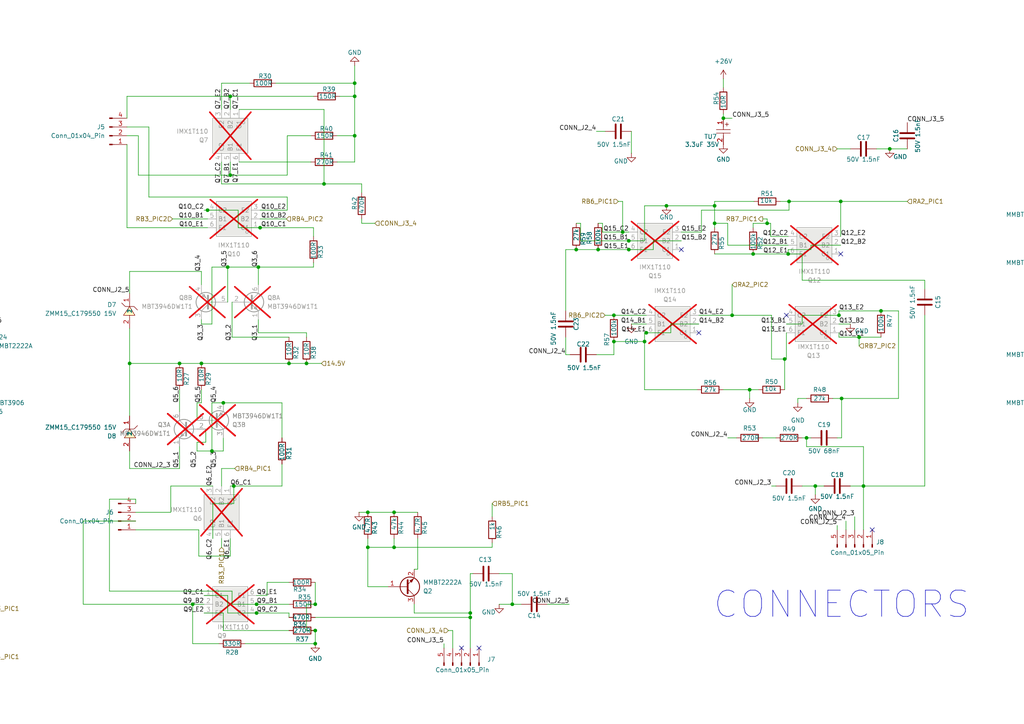
<source format=kicad_sch>
(kicad_sch (version 20250114) (generator "eeschema") (generator_version "9.0")
  (paper "A4")
  (lib_symbols
    (symbol "Connector:Conn_01x04_Pin" (pin_names (offset 1.016) (hide yes))
      (property "Reference" "J" (at 0 5.08 0))
      (property "Value" "Conn_01x04_Pin" (at 0 -7.62 0))
      (symbol "Conn_01x04_Pin_1_1"
        (pin passive line (at 5.08 2.54 180) (length 3.81) (name "Pin_1") (number "1"))
        (pin passive line (at 5.08 0 180) (length 3.81) (name "Pin_2") (number "2"))
        (pin passive line (at 5.08 -2.54 180) (length 3.81) (name "Pin_3") (number "3"))
        (pin passive line (at 5.08 -5.08 180) (length 3.81) (name "Pin_4") (number "4"))
      )
    )
    (symbol "Connector:Conn_01x05_Pin" (pin_names (offset 1.016) (hide yes))
      (property "Reference" "J" (at 0 7.62 0))
      (property "Value" "Conn_01x05_Pin" (at 0 -7.62 0))
      (symbol "Conn_01x05_Pin_1_1"
        (pin passive line (at 5.08 5.08 180) (length 3.81) (name "Pin_1") (number "1"))
        (pin passive line (at 5.08 2.54 180) (length 3.81) (name "Pin_2") (number "2"))
        (pin passive line (at 5.08 0 180) (length 3.81) (name "Pin_3") (number "3"))
        (pin passive line (at 5.08 -2.54 180) (length 3.81) (name "Pin_4") (number "4"))
        (pin passive line (at 5.08 -5.08 180) (length 3.81) (name "Pin_5") (number "5"))
      )
    )
    (symbol "Device:C" (pin_numbers (hide yes)) (pin_names (offset 0.254))
      (property "Reference" "C" (at 0.635 2.54 0))
      (property "Value" "C" (at 0.635 -2.54 0))
      (symbol "C_1_1"
        (pin passive line (at 0 3.81 270) (length 2.794) (name "~") (number "1"))
        (pin passive line (at 0 -3.81 90) (length 2.794) (name "~") (number "2"))
      )
    )
    (symbol "Device:R" (pin_numbers (hide yes)) (pin_names (offset 0))
      (property "Reference" "R" (at 2.032 0 90))
      (property "Value" "R" (at 0 0 90))
      (symbol "R_1_1"
        (pin passive line (at 0 3.81 270) (length 1.27) (name "~") (number "1"))
        (pin passive line (at 0 -3.81 90) (length 1.27) (name "~") (number "2"))
      )
    )
    (symbol "Transistor_BJT:MBT3946DW1T1" (pin_names (offset 0) (hide yes))
      (property "Reference" "Q" (at 5.08 1.27 0))
      (property "Value" "MBT3946DW1T1" (at 5.08 -1.27 0))
      (symbol "MBT3946DW1T1_1_1"
        (pin input line (at -5.08 0 0) (length 2.54) (name "B1") (number "2"))
        (pin passive line (at 2.54 5.08 270) (length 2.54) (name "C1") (number "6"))
        (pin passive line (at 2.54 -5.08 90) (length 2.54) (name "E1") (number "1"))
      )
      (symbol "MBT3946DW1T1_2_1"
        (pin input line (at -5.08 0 0) (length 2.54) (name "B2") (number "5"))
        (pin passive line (at 2.54 5.08 270) (length 2.54) (name "C2") (number "3"))
        (pin passive line (at 2.54 -5.08 90) (length 2.54) (name "E2") (number "4"))
      )
    )
    (symbol "Transistor_BJT:MMBT2222A" (pin_names (offset 0) (hide yes))
      (property "Reference" "Q" (at 5.08 1.905 0))
      (property "Value" "MMBT2222A" (at 5.08 0 0))
      (symbol "MMBT2222A_1_1"
        (pin input line (at -5.08 0 0) (length 2.54) (name "B") (number "1"))
        (pin passive line (at 2.54 5.08 270) (length 2.54) (name "C") (number "3"))
        (pin passive line (at 2.54 -5.08 90) (length 2.54) (name "E") (number "2"))
      )
    )
    (symbol "Transistor_BJT:MMBT3906" (pin_names (offset 0) (hide yes))
      (property "Reference" "Q" (at 5.08 1.905 0))
      (property "Value" "MMBT3906" (at 5.08 0 0))
      (symbol "MMBT3906_1_1"
        (pin input line (at -5.08 0 0) (length 2.54) (name "B") (number "1"))
        (pin passive line (at 2.54 5.08 270) (length 2.54) (name "C") (number "3"))
        (pin passive line (at 2.54 -5.08 90) (length 2.54) (name "E") (number "2"))
      )
    )
    (symbol "easyeda2kicad:IMX1T110"
      (property "Reference" "Q" (at 0 7.62 0))
      (property "Value" "IMX1T110" (at 0 -7.62 0))
      (symbol "IMX1T110_0_1"
        (pin unspecified line (at -7.62 2.54 0) (length 2.54) (name "C1") (number "1"))
        (pin unspecified line (at -7.62 0 0) (length 2.54) (name "B2") (number "2"))
        (pin unspecified line (at -7.62 -2.54 0) (length 2.54) (name "E2") (number "3"))
        (pin unspecified line (at 7.62 2.54 180) (length 2.54) (name "E1") (number "6"))
        (pin unspecified line (at 7.62 0 180) (length 2.54) (name "B1") (number "5"))
        (pin unspecified line (at 7.62 -2.54 180) (length 2.54) (name "C2") (number "4"))
      )
    )
    (symbol "easyeda2kicad:TAJB335K035RNJ" (pin_names (hide yes))
      (property "Reference" "C" (at 0 5.08 0))
      (property "Value" "TAJB335K035RNJ" (at 0 -5.08 0))
      (symbol "TAJB335K035RNJ_0_1"
        (pin input line (at -3.81 0 0) (length 2.54) (name "2") (number "2"))
        (pin input line (at 3.81 0 180) (length 2.54) (name "1") (number "1"))
      )
    )
    (symbol "easyeda2kicad:ZMM15_C179550"
      (property "Reference" "D" (at 0 5.08 0))
      (property "Value" "ZMM15_C179550" (at 0 -5.08 0))
      (symbol "ZMM15_C179550_0_1"
        (pin unspecified line (at -5.08 0 0) (length 3.81) (name "1") (number "1"))
        (pin unspecified line (at 5.08 0 180) (length 3.81) (name "2") (number "2"))
      )
    )
    (symbol "power:+28V" (power) (pin_numbers (hide yes)) (pin_names (offset 0) (hide yes))
      (property "Value" "+28V" (at 0 3.556 0))
      (symbol "+28V_1_1"
        (pin power_in line (at 0 0 90) (length 0) (name "~") (number "1"))
      )
    )
    (symbol "power:GND" (power) (pin_numbers (hide yes)) (pin_names (offset 0) (hide yes))
      (property "Value" "GND" (at 0 -3.81 0))
      (symbol "GND_1_1"
        (pin power_in line (at 0 0 270) (length 0) (name "~") (number "1"))
      )
    )
  )
  (text "CONNECTORS" (at 244.094 175.514 0) (effects (font (size 7.62 7.62))))
  (junction (at 148.59 175.26))
  (junction (at 207.264 59.69))
  (junction (at 233.934 127))
  (junction (at 218.44 73.66))
  (junction (at 244.094 115.57))
  (junction (at 91.44 186.69))
  (junction (at 102.87 27.94))
  (junction (at 58.42 105.41))
  (junction (at 37.592 105.41))
  (junction (at 178.054 91.44))
  (junction (at 167.132 72.39))
  (junction (at 255.524 90.17))
  (junction (at 243.84 58.42))
  (junction (at 55.88 175.26))
  (junction (at 83.82 105.41))
  (junction (at 182.372 69.85))
  (junction (at 249.174 97.79))
  (junction (at 106.68 148.59))
  (junction (at 88.9 105.41))
  (junction (at 67.818 140.97))
  (junction (at 217.424 113.03))
  (junction (at 75.438 66.04))
  (junction (at 136.398 177.8))
  (junction (at 173.482 72.39))
  (junction (at 91.44 175.26))
  (junction (at 114.3 148.59))
  (junction (at 243.332 91.44))
  (junction (at 64.77 116.84))
  (junction (at 74.93 77.47))
  (junction (at 60.198 60.96))
  (junction (at 209.804 34.29))
  (junction (at 212.344 91.44))
  (junction (at 74.422 177.8))
  (junction (at 178.054 99.06))
  (junction (at 258.064 43.18))
  (junction (at 93.98 53.34))
  (junction (at 61.468 130.81))
  (junction (at 228.854 58.42))
  (junction (at 193.294 59.69))
  (junction (at 106.68 158.75))
  (junction (at 91.44 182.88))
  (junction (at 250.444 140.97))
  (junction (at 180.594 67.31))
  (junction (at 136.398 179.07))
  (junction (at 228.6 73.66))
  (junction (at 236.474 140.97))
  (junction (at 114.3 158.75))
  (junction (at 207.264 64.77))
  (junction (at 222.504 64.77))
  (junction (at 66.802 50.8))
  (junction (at 182.372 72.39))
  (junction (at 227.584 104.14))
  (junction (at 102.87 24.13))
  (junction (at 102.87 39.37))
  (junction (at 66.04 77.47))
  (junction (at 66.802 27.94))
  (junction (at 186.944 99.06))
  (junction (at 52.07 105.41))
  (junction (at 74.422 175.26))
  (junction (at 187.452 96.52))
  (no_connect (at 341.122 69.85))
  (no_connect (at 305.562 82.55))
  (no_connect (at 197.612 72.39))
  (no_connect (at 243.84 73.66))
  (no_connect (at 305.562 109.22))
  (no_connect (at 342.392 123.19))
  (no_connect (at 252.984 153.67))
  (no_connect (at 202.692 96.52))
  (no_connect (at 138.938 187.96))
  (no_connect (at 228.092 91.44))
  (no_connect (at 133.858 187.96))
  (wire (pts (xy 254.254 43.18) (xy 258.064 43.18)))
  (wire (pts (xy 236.474 140.97) (xy 232.664 140.97)))
  (wire (pts (xy 93.98 53.34) (xy 64.262 53.34)))
  (wire (pts (xy 61.468 116.84) (xy 64.77 116.84)))
  (wire (pts (xy 61.468 77.47) (xy 66.04 77.47)))
  (wire (pts (xy 75.438 63.5) (xy 83.058 63.5)))
  (wire (pts (xy 37.592 130.81) (xy 37.592 135.89)))
  (wire (pts (xy 223.774 91.44) (xy 223.774 104.14)))
  (wire (pts (xy 112.522 170.18) (xy 106.68 170.18)))
  (wire (pts (xy 189.484 72.39) (xy 182.372 72.39)))
  (wire (pts (xy 223.774 104.14) (xy 227.584 104.14)))
  (wire (pts (xy 102.87 27.94) (xy 102.87 39.37)))
  (wire (pts (xy 49.53 140.97) (xy 49.53 148.59)))
  (wire (pts (xy 36.83 36.83) (xy 43.18 36.83)))
  (wire (pts (xy 88.9 105.41) (xy 93.218 105.41)))
  (wire (pts (xy 74.422 175.26) (xy 67.31 175.26)))
  (wire (pts (xy 55.88 186.69) (xy 63.5 186.69)))
  (wire (pts (xy 104.902 53.34) (xy 104.902 55.88)))
  (wire (pts (xy 66.802 140.97) (xy 67.818 140.97)))
  (wire (pts (xy 144.78 175.26) (xy 148.59 175.26)))
  (wire (pts (xy 235.204 127) (xy 233.934 127)))
  (wire (pts (xy 175.514 38.1) (xy 172.974 38.1)))
  (wire (pts (xy 207.264 59.69) (xy 193.294 59.69)))
  (wire (pts (xy 90.932 76.2) (xy 90.932 77.47)))
  (wire (pts (xy 235.204 72.39) (xy 235.204 71.12)))
  (wire (pts (xy 187.452 91.44) (xy 178.054 91.44)))
  (wire (pts (xy 231.394 116.84) (xy 231.394 115.57)))
  (wire (pts (xy 211.074 71.12) (xy 211.074 64.77)))
  (wire (pts (xy 75.438 66.04) (xy 69.088 66.04)))
  (wire (pts (xy 209.804 34.29) (xy 212.344 34.29)))
  (wire (pts (xy 91.44 182.88) (xy 91.44 186.69)))
  (wire (pts (xy 52.07 129.54) (xy 52.07 135.89)))
  (wire (pts (xy 212.344 82.55) (xy 212.344 91.44)))
  (wire (pts (xy 228.854 58.42) (xy 226.314 58.42)))
  (wire (pts (xy 37.592 135.89) (xy 52.07 135.89)))
  (wire (pts (xy 228.854 58.42) (xy 243.84 58.42)))
  (wire (pts (xy 64.77 177.8) (xy 64.77 182.88)))
  (wire (pts (xy 61.468 130.81) (xy 64.77 130.81)))
  (wire (pts (xy 174.752 64.77) (xy 174.752 67.31)))
  (wire (pts (xy 164.084 72.39) (xy 167.132 72.39)))
  (wire (pts (xy 55.88 175.26) (xy 59.182 175.26)))
  (wire (pts (xy 223.52 68.58) (xy 223.52 64.77)))
  (wire (pts (xy 114.3 156.21) (xy 114.3 158.75)))
  (wire (pts (xy 72.39 24.13) (xy 64.262 24.13)))
  (wire (pts (xy 221.234 63.5) (xy 222.504 63.5)))
  (wire (pts (xy 120.142 175.26) (xy 120.142 177.8)))
  (wire (pts (xy 168.402 69.85) (xy 168.402 64.77)))
  (wire (pts (xy 90.932 66.04) (xy 90.932 68.58)))
  (wire (pts (xy 67.31 175.26) (xy 67.31 171.45)))
  (wire (pts (xy 250.444 140.97) (xy 268.224 140.97)))
  (wire (pts (xy 236.474 143.51) (xy 236.474 140.97)))
  (wire (pts (xy 187.452 96.52) (xy 186.944 96.52)))
  (wire (pts (xy 222.504 63.5) (xy 222.504 64.77)))
  (wire (pts (xy 260.604 115.57) (xy 244.094 115.57)))
  (wire (pts (xy 66.802 156.21) (xy 66.802 161.29)))
  (wire (pts (xy -8.128 190.5) (xy -5.08 190.5)))
  (wire (pts (xy 55.88 175.26) (xy 55.88 186.69)))
  (wire (pts (xy 136.398 166.37) (xy 136.398 177.8)))
  (wire (pts (xy 77.47 168.91) (xy 77.47 172.72)))
  (wire (pts (xy 218.44 73.66) (xy 228.6 73.66)))
  (wire (pts (xy 246.634 93.98) (xy 243.332 93.98)))
  (wire (pts (xy 250.444 140.97) (xy 250.444 129.54)))
  (wire (pts (xy 250.444 129.54) (xy 233.934 129.54)))
  (wire (pts (xy 242.824 152.4) (xy 242.824 153.67)))
  (wire (pts (xy 59.69 124.46) (xy 59.69 128.27)))
  (wire (pts (xy 88.9 97.79) (xy 88.9 96.52)))
  (wire (pts (xy 128.778 186.69) (xy 128.778 187.96)))
  (wire (pts (xy 64.262 53.34) (xy 64.262 46.99)))
  (wire (pts (xy 174.752 67.31) (xy 180.594 67.31)))
  (wire (pts (xy 137.16 166.37) (xy 136.398 166.37)))
  (wire (pts (xy 263.144 58.42) (xy 243.84 58.42)))
  (wire (pts (xy 233.934 129.54) (xy 233.934 127)))
  (wire (pts (xy 57.658 161.29) (xy 57.658 153.67)))
  (wire (pts (xy 61.722 146.05) (xy 61.722 156.21)))
  (wire (pts (xy 64.77 116.84) (xy 81.788 116.84)))
  (wire (pts (xy 114.3 158.75) (xy 142.748 158.75)))
  (wire (pts (xy 57.15 121.92) (xy 57.15 116.84)))
  (wire (pts (xy 121.158 156.21) (xy 121.158 165.1)))
  (wire (pts (xy 142.748 146.05) (xy 142.748 149.86)))
  (wire (pts (xy 228.6 72.39) (xy 235.204 72.39)))
  (wire (pts (xy 66.04 77.47) (xy 66.04 87.63)))
  (wire (pts (xy 211.074 64.77) (xy 207.264 64.77)))
  (wire (pts (xy 228.6 72.39) (xy 228.6 73.66)))
  (wire (pts (xy 178.054 99.06) (xy 178.054 102.87)))
  (wire (pts (xy 244.094 127) (xy 242.824 127)))
  (wire (pts (xy 58.42 93.98) (xy 61.468 93.98)))
  (wire (pts (xy 69.088 66.04) (xy 69.088 60.96)))
  (wire (pts (xy 180.594 58.42) (xy 180.594 67.31)))
  (wire (pts (xy 57.15 116.84) (xy 58.42 116.84)))
  (wire (pts (xy 209.804 22.86) (xy 209.804 25.4)))
  (wire (pts (xy 186.944 69.85) (xy 182.372 69.85)))
  (wire (pts (xy 158.75 175.26) (xy 165.1 175.26)))
  (wire (pts (xy 31.75 144.78) (xy 39.37 144.78)))
  (wire (pts (xy 136.398 177.8) (xy 120.142 177.8)))
  (wire (pts (xy 91.44 179.07) (xy 136.398 179.07)))
  (wire (pts (xy 61.468 77.47) (xy 61.468 93.98)))
  (wire (pts (xy 40.132 39.37) (xy 40.132 50.8)))
  (wire (pts (xy 186.944 99.06) (xy 186.944 113.03)))
  (wire (pts (xy 91.44 168.91) (xy 91.44 175.26)))
  (wire (pts (xy 66.802 31.75) (xy 66.802 27.94)))
  (wire (pts (xy 93.98 31.75) (xy 69.342 31.75)))
  (wire (pts (xy 90.932 77.47) (xy 74.93 77.47)))
  (wire (pts (xy 243.332 90.17) (xy 243.332 91.44)))
  (wire (pts (xy 57.15 130.81) (xy 61.468 130.81)))
  (wire (pts (xy 207.264 66.04) (xy 207.264 64.77)))
  (wire (pts (xy -8.128 176.53) (xy -5.08 176.53)))
  (wire (pts (xy 164.084 102.87) (xy 165.354 102.87)))
  (wire (pts (xy 43.18 57.15) (xy 83.312 57.15)))
  (wire (pts (xy 93.98 31.75) (xy 93.98 53.34)))
  (wire (pts (xy 173.482 64.77) (xy 174.752 64.77)))
  (wire (pts (xy 268.224 81.28) (xy 232.664 81.28)))
  (wire (pts (xy 81.788 140.97) (xy 67.818 140.97)))
  (wire (pts (xy 102.87 46.99) (xy 97.79 46.99)))
  (wire (pts (xy 66.802 161.29) (xy 57.658 161.29)))
  (wire (pts (xy 58.42 92.71) (xy 58.42 93.98)))
  (wire (pts (xy 218.44 66.04) (xy 218.44 64.77)))
  (wire (pts (xy 43.18 36.83) (xy 43.18 57.15)))
  (wire (pts (xy 37.592 105.41) (xy 37.592 120.65)))
  (wire (pts (xy 225.044 140.97) (xy 223.774 140.97)))
  (wire (pts (xy 207.264 58.42) (xy 207.264 59.69)))
  (wire (pts (xy 223.52 64.77) (xy 222.504 64.77)))
  (wire (pts (xy 250.444 140.97) (xy 250.444 153.67)))
  (wire (pts (xy 228.092 96.52) (xy 228.092 104.14)))
  (wire (pts (xy 268.224 83.82) (xy 268.224 81.28)))
  (wire (pts (xy 131.318 182.88) (xy 131.318 187.96)))
  (wire (pts (xy 186.944 99.06) (xy 178.054 99.06)))
  (wire (pts (xy 227.584 104.14) (xy 227.584 113.03)))
  (wire (pts (xy 83.312 39.37) (xy 90.17 39.37)))
  (wire (pts (xy 104.902 64.77) (xy 104.902 63.5)))
  (wire (pts (xy 121.158 148.59) (xy 114.3 148.59)))
  (wire (pts (xy 211.074 127) (xy 213.614 127)))
  (wire (pts (xy 246.634 140.97) (xy 250.444 140.97)))
  (wire (pts (xy 228.092 104.14) (xy 227.584 104.14)))
  (wire (pts (xy 114.3 148.59) (xy 106.68 148.59)))
  (wire (pts (xy 40.132 50.8) (xy 66.802 50.8)))
  (wire (pts (xy 81.788 116.84) (xy 81.788 127)))
  (wire (pts (xy 66.802 27.94) (xy 36.83 27.94)))
  (wire (pts (xy 37.592 95.25) (xy 37.592 105.41)))
  (wire (pts (xy 232.664 127) (xy 233.934 127)))
  (wire (pts (xy 218.694 58.42) (xy 207.264 58.42)))
  (wire (pts (xy 245.364 151.13) (xy 245.364 153.67)))
  (wire (pts (xy 102.87 39.37) (xy 97.79 39.37)))
  (wire (pts (xy 39.37 151.13) (xy 24.13 151.13)))
  (wire (pts (xy 239.014 140.97) (xy 236.474 140.97)))
  (wire (pts (xy 232.664 73.66) (xy 228.6 73.66)))
  (wire (pts (xy 68.072 135.89) (xy 64.262 135.89)))
  (wire (pts (xy 228.854 58.42) (xy 228.854 60.96)))
  (wire (pts (xy 81.788 134.62) (xy 81.788 140.97)))
  (wire (pts (xy 83.82 105.41) (xy 58.42 105.41)))
  (wire (pts (xy 228.092 93.98) (xy 232.664 93.98)))
  (wire (pts (xy 64.77 182.88) (xy 83.82 182.88)))
  (wire (pts (xy 102.87 24.13) (xy 80.01 24.13)))
  (wire (pts (xy 114.3 158.75) (xy 106.68 158.75)))
  (wire (pts (xy 88.9 96.52) (xy 74.93 96.52)))
  (wire (pts (xy 75.438 66.04) (xy 90.932 66.04)))
  (wire (pts (xy 36.83 41.91) (xy 36.83 66.04)))
  (wire (pts (xy 77.47 172.72) (xy 74.422 172.72)))
  (wire (pts (xy 180.594 67.31) (xy 182.372 67.31)))
  (wire (pts (xy 228.6 68.58) (xy 223.52 68.58)))
  (wire (pts (xy 74.422 177.8) (xy 66.04 177.8)))
  (wire (pts (xy 183.134 44.45) (xy 183.134 38.1)))
  (wire (pts (xy 83.82 168.91) (xy 77.47 168.91)))
  (wire (pts (xy 121.158 165.1) (xy 120.142 165.1)))
  (wire (pts (xy 66.04 172.72) (xy 59.182 172.72)))
  (wire (pts (xy 232.664 91.44) (xy 232.664 93.98)))
  (wire (pts (xy 102.87 27.94) (xy 102.87 24.13)))
  (wire (pts (xy 49.53 148.59) (xy 39.37 148.59)))
  (wire (pts (xy 178.054 91.44) (xy 175.514 91.44)))
  (wire (pts (xy 66.802 46.99) (xy 66.802 50.8)))
  (wire (pts (xy 108.712 64.77) (xy 104.902 64.77)))
  (wire (pts (xy 83.312 50.8) (xy 66.802 50.8)))
  (wire (pts (xy 58.42 78.74) (xy 58.42 82.55)))
  (wire (pts (xy 203.454 60.96) (xy 203.454 67.31)))
  (wire (pts (xy 83.312 50.8) (xy 83.312 39.37)))
  (wire (pts (xy 106.68 148.59) (xy 104.14 148.59)))
  (wire (pts (xy 67.818 146.05) (xy 61.722 146.05)))
  (wire (pts (xy 36.83 66.04) (xy 60.198 66.04)))
  (wire (pts (xy 37.592 78.74) (xy 37.592 85.09)))
  (wire (pts (xy 228.854 60.96) (xy 203.454 60.96)))
  (wire (pts (xy 221.234 127) (xy 225.044 127)))
  (wire (pts (xy 83.312 57.15) (xy 83.312 60.96)))
  (wire (pts (xy 36.83 39.37) (xy 40.132 39.37)))
  (wire (pts (xy 186.944 99.06) (xy 186.944 96.52)))
  (wire (pts (xy 148.59 166.37) (xy 148.59 175.26)))
  (wire (pts (xy 106.68 158.75) (xy 106.68 170.18)))
  (wire (pts (xy 64.262 31.75) (xy 64.262 24.13)))
  (wire (pts (xy 243.332 97.79) (xy 243.332 96.52)))
  (wire (pts (xy 182.372 72.39) (xy 173.482 72.39)))
  (wire (pts (xy 74.93 92.71) (xy 74.93 96.52)))
  (wire (pts (xy 260.604 90.17) (xy 260.604 115.57)))
  (wire (pts (xy 83.82 97.79) (xy 67.31 97.79)))
  (wire (pts (xy 249.174 100.33) (xy 249.174 97.79)))
  (wire (pts (xy 90.932 27.94) (xy 66.802 27.94)))
  (wire (pts (xy 52.07 105.41) (xy 37.592 105.41)))
  (wire (pts (xy 64.262 156.21) (xy 64.262 158.75)))
  (wire (pts (xy 168.402 64.77) (xy 167.132 64.77)))
  (wire (pts (xy 260.604 90.17) (xy 255.524 90.17)))
  (wire (pts (xy 37.592 78.74) (xy 58.42 78.74)))
  (wire (pts (xy 255.524 97.79) (xy 249.174 97.79)))
  (wire (pts (xy 52.07 105.41) (xy 58.42 105.41)))
  (wire (pts (xy 247.904 149.86) (xy 247.904 153.67)))
  (wire (pts (xy 106.68 156.21) (xy 106.68 158.75)))
  (wire (pts (xy 242.824 43.18) (xy 246.634 43.18)))
  (wire (pts (xy 180.594 58.42) (xy 179.324 58.42)))
  (wire (pts (xy 173.482 72.39) (xy 167.132 72.39)))
  (wire (pts (xy 50.038 63.5) (xy 60.198 63.5)))
  (wire (pts (xy 83.82 179.07) (xy 83.82 177.8)))
  (wire (pts (xy 243.332 91.44) (xy 232.664 91.44)))
  (wire (pts (xy 67.31 171.45) (xy 31.75 171.45)))
  (wire (pts (xy 88.9 175.26) (xy 88.9 182.88)))
  (wire (pts (xy 219.964 113.03) (xy 217.424 113.03)))
  (wire (pts (xy 232.664 73.66) (xy 232.664 81.28)))
  (wire (pts (xy 58.42 113.03) (xy 58.42 116.84)))
  (wire (pts (xy 228.6 71.12) (xy 211.074 71.12)))
  (wire (pts (xy 61.468 116.84) (xy 61.468 130.81)))
  (wire (pts (xy 223.774 91.44) (xy 212.344 91.44)))
  (wire (pts (xy 59.182 60.96) (xy 60.198 60.96)))
  (wire (pts (xy 102.87 19.05) (xy 102.87 24.13)))
  (wire (pts (xy 202.692 93.98) (xy 194.564 93.98)))
  (wire (pts (xy 91.44 186.69) (xy 71.12 186.69)))
  (wire (pts (xy 59.182 177.8) (xy 64.77 177.8)))
  (wire (pts (xy 61.722 140.97) (xy 49.53 140.97)))
  (wire (pts (xy 142.748 157.48) (xy 142.748 158.75)))
  (wire (pts (xy 66.04 177.8) (xy 66.04 172.72)))
  (wire (pts (xy 255.524 90.17) (xy 243.332 90.17)))
  (wire (pts (xy 194.564 96.52) (xy 187.452 96.52)))
  (wire (pts (xy 144.78 166.37) (xy 148.59 166.37)))
  (wire (pts (xy 67.31 87.63) (xy 67.31 97.79)))
  (wire (pts (xy 164.084 72.39) (xy 164.084 90.17)))
  (wire (pts (xy 66.04 77.47) (xy 74.93 77.47)))
  (wire (pts (xy 57.15 128.27) (xy 57.15 130.81)))
  (wire (pts (xy 136.398 177.8) (xy 136.398 179.07)))
  (wire (pts (xy 74.93 77.47) (xy 74.93 82.55)))
  (wire (pts (xy 64.262 135.89) (xy 64.262 140.97)))
  (wire (pts (xy 249.174 97.79) (xy 243.332 97.79)))
  (wire (pts (xy 83.82 175.26) (xy 74.422 175.26)))
  (wire (pts (xy 182.372 69.85) (xy 168.402 69.85)))
  (wire (pts (xy 31.75 171.45) (xy 31.75 144.78)))
  (wire (pts (xy 193.294 59.69) (xy 186.944 59.69)))
  (wire (pts (xy 203.454 67.31) (xy 197.612 67.31)))
  (wire (pts (xy 83.82 177.8) (xy 74.422 177.8)))
  (wire (pts (xy 244.094 115.57) (xy 241.554 115.57)))
  (wire (pts (xy 218.44 73.66) (xy 207.264 73.66)))
  (wire (pts (xy 186.944 59.69) (xy 186.944 69.85)))
  (wire (pts (xy 189.484 69.85) (xy 189.484 72.39)))
  (wire (pts (xy 217.424 115.57) (xy 217.424 113.03)))
  (wire (pts (xy 91.44 175.26) (xy 88.9 175.26)))
  (wire (pts (xy 218.44 64.77) (xy 222.504 64.77)))
  (wire (pts (xy 83.312 60.96) (xy 75.438 60.96)))
  (wire (pts (xy 64.77 127) (xy 64.77 130.81)))
  (wire (pts (xy 212.344 91.44) (xy 202.692 91.44)))
  (wire (pts (xy 90.17 46.99) (xy 69.342 46.99)))
  (wire (pts (xy 24.13 175.26) (xy 55.88 175.26)))
  (wire (pts (xy 39.37 144.78) (xy 39.37 146.05)))
  (wire (pts (xy 24.13 151.13) (xy 24.13 175.26)))
  (wire (pts (xy 244.094 127) (xy 244.094 115.57)))
  (wire (pts (xy 164.084 97.79) (xy 164.084 102.87)))
  (wire (pts (xy 151.13 175.26) (xy 148.59 175.26)))
  (wire (pts (xy 243.84 68.58) (xy 243.84 58.42)))
  (wire (pts (xy 197.612 69.85) (xy 189.484 69.85)))
  (wire (pts (xy 104.902 53.34) (xy 93.98 53.34)))
  (wire (pts (xy 69.088 60.96) (xy 60.198 60.96)))
  (wire (pts (xy 235.204 71.12) (xy 243.84 71.12)))
  (wire (pts (xy 178.054 102.87) (xy 172.974 102.87)))
  (wire (pts (xy 52.07 113.03) (xy 52.07 119.38)))
  (wire (pts (xy 231.394 115.57) (xy 233.934 115.57)))
  (wire (pts (xy 194.564 93.98) (xy 194.564 96.52)))
  (wire (pts (xy 130.048 182.88) (xy 131.318 182.88)))
  (wire (pts (xy 186.944 113.03) (xy 202.184 113.03)))
  (wire (pts (xy 102.87 27.94) (xy 98.552 27.94)))
  (wire (pts (xy 258.064 43.18) (xy 263.144 43.18)))
  (wire (pts (xy 88.9 105.41) (xy 83.82 105.41)))
  (wire (pts (xy 209.804 33.02) (xy 209.804 34.29)))
  (wire (pts (xy 57.658 153.67) (xy 39.37 153.67)))
  (wire (pts (xy 217.424 113.03) (xy 209.804 113.03)))
  (wire (pts (xy 88.9 182.88) (xy 91.44 182.88)))
  (wire (pts (xy 268.224 140.97) (xy 268.224 91.44)))
  (wire (pts (xy 187.452 93.98) (xy 183.134 93.98)))
  (wire (pts (xy 136.398 179.07) (xy 136.398 187.96)))
  (wire (pts (xy 59.69 128.27) (xy 57.15 128.27)))
  (wire (pts (xy 207.264 59.69) (xy 207.264 64.77)))
  (wire (pts (xy 36.83 27.94) (xy 36.83 34.29)))
  (wire (pts (xy 102.87 39.37) (xy 102.87 46.99)))
  (wire (pts (xy 67.818 140.97) (xy 67.818 146.05)))
  (label "Q9_C1" (at 59.182 172.72 180))
  (label "Q6_C1" (at -15.748 181.61 180))
  (label "Q5_5" (at -13.208 118.11 180))
  (label "Q13_E2" (at 243.332 90.17 0))
  (label "Q9_C2" (at -18.288 224.79 180))
  (label "Q14_B1" (at 187.452 93.98 180))
  (label "Q13_B2" (at 348.742 64.77 0))
  (label "Q3_4" (at 58.42 78.74 90))
  (label "Q13_C1" (at 243.332 97.79 0))
  (label "Q3_6" (at -4.318 93.98 0))
  (label "Q9_B2" (at 59.182 175.26 180))
  (label "Q7_C2" (at -19.558 53.34 180))
  (label "Q7_C2" (at 64.262 46.99 270))
  (label "Q7_E1" (at 69.342 46.99 270))
  (label "Q12_B1" (at 228.6 71.12 180))
  (label "Q12_E1" (at 228.6 73.66 180))
  (label "Q12_E2" (at 243.84 68.58 0))
  (label "Q12_E1" (at 305.562 72.39 180))
  (label "Q7_E2" (at -19.558 43.18 180))
  (label "Q12_C2" (at 305.562 68.58 180))
  (label "CONN_J3_5" (at 128.778 186.69 180))
  (label "Q12_E2" (at 305.562 58.42 180))
  (label "Q5_3" (at -5.588 123.19 180))
  (label "Q14_E1" (at 342.392 113.03 180))
  (label "Q15_E2" (at 197.612 67.31 0))
  (label "Q5_4" (at -5.588 113.03 0))
  (label "Q10_C1" (at 75.692 66.04 0))
  (label "Q9_C1" (at -18.288 210.82 180))
  (label "Q6_E1" (at -15.748 171.45 180))
  (label "Q7_B1" (at -11.938 34.29 0))
  (label "Q10_B1" (at -18.288 69.85 180))
  (label "Q12_B1" (at 313.182 77.47 0))
  (label "Q14_B2" (at 202.692 93.98 0))
  (label "Q7_E2" (at 64.262 31.75 90))
  (label "Q5_5" (at 58.42 116.84 90))
  (label "Q6_E2" (at -15.748 185.42 180))
  (label "Q9_E1" (at -18.288 200.66 0))
  (label "CONN_J2_3" (at 223.774 140.97 180))
  (label "Q10_E1" (at 59.182 66.04 180))
  (label "Q13_B1" (at 228.092 93.98 180))
  (label "Q15_B2" (at 313.182 118.11 0))
  (label "Q5_2" (at 57.15 130.81 270))
  (label "Q3_4" (at -30.988 93.98 0))
  (label "Q14_C2" (at 342.392 109.22 180))
  (label "Q1O_C2" (at 59.182 60.96 180))
  (label "Q10_E2" (at -18.288 73.66 180))
  (label "Q3_6" (at 74.93 77.47 90))
  (label "Q5_4" (at 62.992 116.84 90))
  (label "Q15_B1" (at 313.182 104.14 0))
  (label "Q13_B1" (at 348.742 78.74 0))
  (label "Q3_3" (at 59.182 93.98 270))
  (label "Q14_C2" (at 187.452 91.44 180))
  (label "Q10_E1" (at -18.288 59.69 180))
  (label "CONN_J2_3" (at 49.53 135.89 180))
  (label "Q10_E2" (at 75.692 60.96 0))
  (label "CONN_J2_5" (at 37.592 85.09 180))
  (label "Q3_5" (at 66.04 77.47 90))
  (label "Q3_3" (at -30.988 104.14 180))
  (label "CONN_J2_4" (at 164.084 102.87 180))
  (label "Q3_5" (at -23.368 99.06 0))
  (label "Q14_B2" (at 350.012 104.14 0))
  (label "Q10_C1" (at -10.668 64.77 0))
  (label "Q9_E1" (at 74.422 172.72 0))
  (label "CONN_J2_4" (at 211.074 127 180))
  (label "Q9_B2" (at -10.668 219.71 0))
  (label "Q7_C1" (at -19.558 39.37 180))
  (label "Q5_6" (at -32.258 113.03 180))
  (label "Q10_B2" (at 75.692 63.5 0))
  (label "Q10_B1" (at 59.182 63.5 180))
  (label "Q13_E2" (at 341.122 59.69 0))
  (label "Q7_B1" (at 66.802 46.99 270))
  (label "Q3_1" (at 74.93 93.98 270))
  (label "Q7_C1" (at 69.342 31.75 90))
  (label "Q9_C2" (at 74.422 177.8 0))
  (label "Q15_E1" (at 305.562 99.06 180))
  (label "Q3_2" (at -11.938 99.06 180))
  (label "Q5_1" (at -32.258 123.19 180))
  (label "Q9_E2" (at 59.182 177.8 180))
  (label "Q7_B2" (at -11.938 48.26 0))
  (label "CONN_J3_5" (at 212.344 34.29 0))
  (label "Q10_B2" (at -18.288 83.82 180))
  (label "Q13_E1" (at 341.122 73.66 180))
  (label "Q9_B1" (at -10.668 205.74 0))
  (label "Q12_B2" (at 313.182 63.5 0))
  (label "Q14_E2" (at 202.692 91.44 0))
  (label "Q13_B2" (at 243.332 93.98 0))
  (label "CONN_J2_3" (at 247.904 149.86 180))
  (label "Q6_E1" (at 66.802 156.21 270))
  (label "Q14_E1" (at 187.452 96.52 180))
  (label "Q15_B2" (at 197.612 69.85 0))
  (label "Q14_B1" (at 350.012 118.11 0))
  (label "Q7_E1" (at -19.558 29.21 180))
  (label "Q12_C2" (at 228.6 68.58 180))
  (label "Q3_2" (at 67.31 93.98 270))
  (label "Q13_C1" (at 341.122 83.82 180))
  (label "CONN_J3_5" (at 263.144 35.56 0))
  (label "Q5_3" (at 62.992 130.81 270))
  (label "CONN_J2_5" (at 242.824 152.4 180))
  (label "Q6_C2" (at -15.748 195.58 180))
  (label "Q5_6" (at 52.07 116.84 90))
  (label "CONN_J2_4" (at 245.364 151.13 180))
  (label "Q12_B2" (at 243.84 71.12 0))
  (label "Q15_C2" (at 182.372 67.31 180))
  (label "Q15_E1" (at 182.372 72.39 180))
  (label "Q9_E2" (at -18.288 214.63 0))
  (label "Q15_C2" (at 305.562 123.19 180))
  (label "Q3_1" (at -4.318 104.14 180))
  (label "Q13_E1" (at 228.092 96.52 180))
  (label "Q9_B1" (at 74.422 175.26 0))
  (label "Q7_B2" (at 66.802 31.75 90))
  (label "Q1O_C2" (at -10.668 78.74 0))
  (label "CONN_J2_4" (at 172.974 38.1 180))
  (label "Q15_B1" (at 182.372 69.85 180))
  (label "Q15_E2" (at 305.562 113.03 180))
  (label "Q5_2" (at -24.638 118.11 0))
  (label "Q5_1" (at 52.07 130.81 270))
  (label "CONN_J2_5" (at 165.1 175.26 180))
  (label "Q6_E2" (at 61.722 140.97 90))
  (label "Q14_E2" (at 342.392 99.06 0))
  (label "Q6_C2" (at 61.722 156.21 270))
  (label "Q6_C1" (at 66.802 140.97 0))
  (hierarchical_label "RB6_PIC1" (shape input) (at 179.324 58.42 180))
  (hierarchical_label "CONN_J3_4" (shape input) (at 108.712 64.77 0))
  (hierarchical_label "RB3_PIC1" (shape input) (at -5.08 176.53 0))
  (hierarchical_label "CONN_J3_4" (shape input) (at 242.824 43.18 180))
  (hierarchical_label "RB4_PIC1" (shape input) (at -5.08 190.5 0))
  (hierarchical_label "RB4_PIC2" (shape input) (at 83.058 63.5 0))
  (hierarchical_label "14.5V" (shape input) (at 93.218 105.41 0))
  (hierarchical_label "RB7_PIC2" (shape input) (at 249.174 100.33 0))
  (hierarchical_label "RB6_PIC2" (shape input) (at 175.514 91.44 180))
  (hierarchical_label "CONN_J3_4" (shape input) (at 130.048 182.88 180))
  (hierarchical_label "RB4_PIC1" (shape input) (at 68.072 135.89 0))
  (hierarchical_label "RA2_PIC2" (shape input) (at 212.344 82.55 0))
  (hierarchical_label "RB7_PIC1" (shape output) (at 221.234 63.5 180))
  (hierarchical_label "RB3_PIC1" (shape input) (at 64.262 158.75 270))
  (hierarchical_label "RB5_PIC1" (shape input) (at 142.748 146.05 0))
  (hierarchical_label "RB3_PIC2" (shape input) (at 50.038 63.5 180))
  (hierarchical_label "RA2_PIC1" (shape input) (at 263.144 58.42 0))
  (symbol (lib_id "Device:R") (at 93.98 39.37 270) (unit 1)
    (property "Reference" "R40" (at 92.71 37.338 90) (effects (justify left)))
    (property "Value" "150R" (at 91.694 39.37 90) (effects (justify left)))
    (property "Footprint" "Resistor_SMD:R_0805_2012Metric" (effects (hide yes)))
    (property "Description" "Resistor" (effects (hide yes)))
  )
  (symbol (lib_id "Transistor_BJT:MMBT2222A") (at -15.748 205.74 180) (unit 1)
    (property "Reference" "Q29" (at -20.828 207.0101 0) (effects (justify left)))
    (property "Value" "MMBT2222A" (at -20.828 204.4701 0) (effects (justify left)))
    (property "Footprint" "Package_TO_SOT_SMD:SOT-23" (effects (hide yes)))
    (property "Datasheet" "https://assets.nexperia.com/documents/data-sheet/MMBT2222A.pdf" (effects (hide yes)))
    (property "Description" "600mA Ic, 40V Vce, NPN Transistor, SOT-23" (effects (hide yes)))
  )
  (symbol (lib_id "Connector:Conn_01x05_Pin") (at 247.904 158.75 270) (mirror x) (unit 1)
    (property "Reference" "J8" (at 255.27 157.226 90))
    (property "Value" "Conn_01x05_Pin" (at 248.666 160.274 90))
    (property "Footprint" "Connector_PinHeader_2.54mm:PinHeader_1x05_P2.54mm_Vertical" (effects (hide yes)))
    (property "Description" "Generic connector, single row, 01x05, script generated" (effects (hide yes)))
  )
  (symbol (lib_id "Device:C") (at 179.324 38.1 90) (mirror x) (unit 1)
    (property "Reference" "C21" (at 179.324 34.544 90))
    (property "Value" "50V 1.5nF" (at 178.054 41.91 90))
    (property "Footprint" "Capacitor_SMD:C_0805_2012Metric" (effects (hide yes)))
    (property "Description" "Unpolarized capacitor" (effects (hide yes)))
  )
  (symbol (lib_id "Connector:Conn_01x04_Pin") (at 34.29 151.13 0) (mirror x) (unit 1)
    (property "Reference" "J6" (at 33.02 148.5899 0) (effects (justify right)))
    (property "Value" "Conn_01x04_Pin" (at 33.02 151.1299 0) (effects (justify right)))
    (property "Footprint" "Connector_PinHeader_2.54mm:PinHeader_1x04_P2.54mm_Vertical" (effects (hide yes)))
    (property "Description" "Generic connector, single row, 01x04, script generated" (effects (hide yes)))
  )
  (symbol (lib_id "Transistor_BJT:MMBT2222A") (at 308.102 118.11 180) (unit 1)
    (property "Reference" "Q31" (at 303.022 119.3801 0) (effects (justify left)))
    (property "Value" "MMBT2222A" (at 303.022 116.8401 0) (effects (justify left)))
    (property "Footprint" "Package_TO_SOT_SMD:SOT-23" (effects (hide yes)))
    (property "Datasheet" "https://assets.nexperia.com/documents/data-sheet/MMBT2222A.pdf" (effects (hide yes)))
    (property "Description" "600mA Ic, 40V Vce, NPN Transistor, SOT-23" (effects (hide yes)))
  )
  (symbol (lib_id "Device:R") (at 87.63 179.07 90) (unit 1)
    (property "Reference" "R36" (at 88.9 181.102 90) (effects (justify left)))
    (property "Value" "470R" (at 89.916 179.07 90) (effects (justify left)))
    (property "Footprint" "Resistor_SMD:R_0805_2012Metric" (effects (hide yes)))
    (property "Description" "Resistor" (effects (hide yes)))
  )
  (symbol (lib_id "Transistor_BJT:MMBT2222A") (at 308.102 63.5 180) (unit 1)
    (property "Reference" "Q16" (at 303.022 64.7701 0) (effects (justify left)))
    (property "Value" "MMBT2222A" (at 303.022 62.2301 0) (effects (justify left)))
    (property "Footprint" "Package_TO_SOT_SMD:SOT-23" (effects (hide yes)))
    (property "Datasheet" "https://assets.nexperia.com/documents/data-sheet/MMBT2222A.pdf" (effects (hide yes)))
    (property "Description" "600mA Ic, 40V Vce, NPN Transistor, SOT-23" (effects (hide yes)))
  )
  (symbol (lib_id "power:GND") (at 144.78 175.26 0) (mirror y) (unit 1)
    (property "Reference" "#PWR031" (effects (hide yes)))
    (property "Value" "GND" (at 141.732 177.546 0))
    (property "Description" "Power symbol creates a global label with name \"GND\" , ground" (effects (hide yes)))
  )
  (symbol (lib_id "Device:R") (at 173.482 68.58 180) (unit 1)
    (property "Reference" "R58" (at 170.942 67.056 90) (effects (justify left)))
    (property "Value" "100k" (at 173.482 66.294 90) (effects (justify left)))
    (property "Footprint" "Resistor_SMD:R_0805_2012Metric" (effects (hide yes)))
    (property "Description" "Resistor" (effects (hide yes)))
  )
  (symbol (lib_id "power:GND") (at 236.474 143.51 0) (mirror y) (unit 1)
    (property "Reference" "#PWR034" (effects (hide yes)))
    (property "Value" "GND" (at 236.474 147.574 0))
    (property "Description" "Power symbol creates a global label with name \"GND\" , ground" (effects (hide yes)))
  )
  (symbol (lib_id "Device:R") (at 93.98 46.99 270) (unit 1)
    (property "Reference" "R41" (at 92.71 44.958 90) (effects (justify left)))
    (property "Value" "270R" (at 91.694 46.99 90) (effects (justify left)))
    (property "Footprint" "Resistor_SMD:R_0805_2012Metric" (effects (hide yes)))
    (property "Description" "Resistor" (effects (hide yes)))
  )
  (symbol (lib_id "Transistor_BJT:MMBT2222A") (at -6.858 99.06 0) (unit 1)
    (property "Reference" "Q24" (at -1.778 97.7899 0) (effects (justify left)))
    (property "Value" "MMBT2222A" (at -1.778 100.3299 0) (effects (justify left)))
    (property "Footprint" "Package_TO_SOT_SMD:SOT-23" (effects (hide yes)))
    (property "Datasheet" "https://assets.nexperia.com/documents/data-sheet/MMBT2222A.pdf" (effects (hide yes)))
    (property "Description" "600mA Ic, 40V Vce, NPN Transistor, SOT-23" (effects (hide yes)))
  )
  (symbol (lib_id "Transistor_BJT:MMBT2222A") (at 308.102 77.47 180) (unit 1)
    (property "Reference" "Q17" (at 303.022 78.7401 0) (effects (justify left)))
    (property "Value" "MMBT2222A" (at 303.022 76.2001 0) (effects (justify left)))
    (property "Footprint" "Package_TO_SOT_SMD:SOT-23" (effects (hide yes)))
    (property "Datasheet" "https://assets.nexperia.com/documents/data-sheet/MMBT2222A.pdf" (effects (hide yes)))
    (property "Description" "600mA Ic, 40V Vce, NPN Transistor, SOT-23" (effects (hide yes)))
  )
  (symbol (lib_id "Device:R") (at 106.68 152.4 180) (unit 1)
    (property "Reference" "R43" (at 108.712 151.13 90) (effects (justify left)))
    (property "Value" "4.7R" (at 106.68 150.114 90) (effects (justify left)))
    (property "Footprint" "Resistor_SMD:R_0805_2012Metric" (effects (hide yes)))
    (property "Description" "Resistor" (effects (hide yes)))
  )
  (symbol (lib_id "Device:C") (at 169.164 102.87 90) (mirror x) (unit 1)
    (property "Reference" "C22" (at 169.164 99.822 90))
    (property "Value" "50V 1.5nF" (at 169.418 106.68 90))
    (property "Footprint" "Capacitor_SMD:C_0805_2012Metric" (effects (hide yes)))
    (property "Description" "Unpolarized capacitor" (effects (hide yes)))
  )
  (symbol (lib_id "Device:R") (at 67.31 186.69 270) (mirror x) (unit 1)
    (property "Reference" "R28" (at 67.31 189.23 90))
    (property "Value" "330R" (at 67.31 186.69 90))
    (property "Footprint" "Resistor_SMD:R_0805_2012Metric" (effects (hide yes)))
    (property "Description" "Resistor" (effects (hide yes)))
  )
  (symbol (lib_id "Device:R") (at 228.854 127 90) (mirror x) (unit 1)
    (property "Reference" "R49" (at 228.854 124.46 90))
    (property "Value" "270R" (at 228.854 127 90))
    (property "Footprint" "Resistor_SMD:R_0805_2012Metric" (effects (hide yes)))
    (property "Description" "Resistor" (effects (hide yes)))
  )
  (symbol (lib_id "easyeda2kicad:IMX1T110") (at 67.818 63.5 180) (unit 1) (dnp yes)
    (property "Reference" "Q10" (at 67.818 73.66 0))
    (property "Value" "IMX1T110" (at 67.818 71.12 0))
    (property "Footprint" "easyeda2kicad:SOT-457_L2.9-W1.6-P0.95-LS2.80-BR" (effects (hide yes)))
    (property "Datasheet" "https://lcsc.com/product-detail/Pre-ordered-Products_ROHM-Semicon_IMX1T110_ROHM-Semicon-IMX1T110_C509893.html" (effects (hide yes)))
    (property "LCSC Part" "C509893" (effects (hide yes)))
  )
  (symbol (lib_id "Device:C") (at 242.824 140.97 90) (mirror x) (unit 1)
    (property "Reference" "C18" (at 242.824 137.668 90))
    (property "Value" "50V 1.5nF" (at 242.824 144.018 90))
    (property "Footprint" "Capacitor_SMD:C_0805_2012Metric" (effects (hide yes)))
    (property "Description" "Unpolarized capacitor" (effects (hide yes)))
  )
  (symbol (lib_id "Transistor_BJT:MMBT3906") (at -8.128 118.11 0) (mirror x) (unit 1)
    (property "Reference" "Q26" (at -3.048 119.3801 0) (effects (justify left)))
    (property "Value" "MMBT3906" (at -3.048 116.8401 0) (effects (justify left)))
    (property "Footprint" "Package_TO_SOT_SMD:SOT-23" (effects (hide yes)))
    (property "Datasheet" "https://www.onsemi.com/pdf/datasheet/pzt3906-d.pdf" (effects (hide yes)))
    (property "Description" "-0.2A Ic, -40V Vce, Small Signal PNP Transistor, SOT-23" (effects (hide yes)))
  )
  (symbol (lib_id "Device:R") (at 255.524 93.98 0) (unit 1)
    (property "Reference" "R47" (at 258.064 94.996 90) (effects (justify left)))
    (property "Value" "100k" (at 255.524 96.266 90) (effects (justify left)))
    (property "Footprint" "Resistor_SMD:R_0805_2012Metric" (effects (hide yes)))
    (property "Description" "Resistor" (effects (hide yes)))
  )
  (symbol (lib_id "Device:C") (at 228.854 140.97 90) (mirror x) (unit 1)
    (property "Reference" "C20" (at 228.854 137.16 90))
    (property "Value" "50V 1.5nF" (at 228.854 144.526 90))
    (property "Footprint" "Capacitor_SMD:C_0805_2012Metric" (effects (hide yes)))
    (property "Description" "Unpolarized capacitor" (effects (hide yes)))
  )
  (symbol (lib_id "Device:R") (at 87.63 168.91 90) (unit 1)
    (property "Reference" "R34" (at 88.9 170.942 90) (effects (justify left)))
    (property "Value" "100R" (at 89.916 168.91 90) (effects (justify left)))
    (property "Footprint" "Resistor_SMD:R_0805_2012Metric" (effects (hide yes)))
    (property "Description" "Resistor" (effects (hide yes)))
  )
  (symbol (lib_id "easyeda2kicad:IMX1T110") (at 189.992 69.85 180) (unit 1) (dnp yes)
    (property "Reference" "Q15" (at 189.992 80.01 0))
    (property "Value" "IMX1T110" (at 189.992 77.47 0))
    (property "Footprint" "easyeda2kicad:SOT-457_L2.9-W1.6-P0.95-LS2.80-BR" (effects (hide yes)))
    (property "Datasheet" "https://lcsc.com/product-detail/Pre-ordered-Products_ROHM-Semicon_IMX1T110_ROHM-Semicon-IMX1T110_C509893.html" (effects (hide yes)))
    (property "LCSC Part" "C509893" (effects (hide yes)))
  )
  (symbol (lib_id "Transistor_BJT:MBT3946DW1T1") (at 62.23 121.92 0) (mirror x) (unit 2) (dnp yes)
    (property "Reference" "Q3" (at 67.31 123.1901 0) (effects (justify left)))
    (property "Value" "MBT3946DW1T1" (at 67.31 120.6501 0) (effects (justify left)))
    (property "Footprint" "Package_TO_SOT_SMD:SOT-363_SC-70-6" (effects (hide yes)))
    (property "Datasheet" "http://www.onsemi.com/pub_link/Collateral/MBT3946DW1T1-D.PDF" (effects (hide yes)))
    (property "Description" "200mA IC, 40V Vce, Dual NPN/PNP Transistors, SOT-363" (effects (hide yes)))
  )
  (symbol (lib_id "Transistor_BJT:MMBT2222A") (at -17.018 48.26 180) (unit 1)
    (property "Reference" "Q20" (at -22.098 49.5301 0) (effects (justify left)))
    (property "Value" "MMBT2222A" (at -22.098 46.9901 0) (effects (justify left)))
    (property "Footprint" "Package_TO_SOT_SMD:SOT-23" (effects (hide yes)))
    (property "Datasheet" "https://assets.nexperia.com/documents/data-sheet/MMBT2222A.pdf" (effects (hide yes)))
    (property "Description" "600mA Ic, 40V Vce, NPN Transistor, SOT-23" (effects (hide yes)))
  )
  (symbol (lib_id "Device:R") (at 205.994 113.03 90) (mirror x) (unit 1)
    (property "Reference" "R56" (at 205.994 110.998 90))
    (property "Value" "27k" (at 205.994 113.03 90))
    (property "Footprint" "Resistor_SMD:R_0805_2012Metric" (effects (hide yes)))
    (property "Description" "Resistor" (effects (hide yes)))
  )
  (symbol (lib_id "Transistor_BJT:MMBT2222A") (at 343.662 64.77 180) (unit 1)
    (property "Reference" "Q32" (at 338.582 66.0401 0) (effects (justify left)))
    (property "Value" "MMBT2222A" (at 338.582 63.5001 0) (effects (justify left)))
    (property "Footprint" "Package_TO_SOT_SMD:SOT-23" (effects (hide yes)))
    (property "Datasheet" "https://assets.nexperia.com/documents/data-sheet/MMBT2222A.pdf" (effects (hide yes)))
    (property "Description" "600mA Ic, 40V Vce, NPN Transistor, SOT-23" (effects (hide yes)))
  )
  (symbol (lib_id "Transistor_BJT:MMBT2222A") (at 308.102 104.14 180) (unit 1)
    (property "Reference" "Q18" (at 303.022 105.4101 0) (effects (justify left)))
    (property "Value" "MMBT2222A" (at 303.022 102.8701 0) (effects (justify left)))
    (property "Footprint" "Package_TO_SOT_SMD:SOT-23" (effects (hide yes)))
    (property "Datasheet" "https://assets.nexperia.com/documents/data-sheet/MMBT2222A.pdf" (effects (hide yes)))
    (property "Description" "600mA Ic, 40V Vce, NPN Transistor, SOT-23" (effects (hide yes)))
  )
  (symbol (lib_id "power:GND") (at 183.134 93.98 0) (mirror y) (unit 1)
    (property "Reference" "#PWR041" (effects (hide yes)))
    (property "Value" "GND" (at 183.134 99.06 0))
    (property "Description" "Power symbol creates a global label with name \"GND\" , ground" (effects (hide yes)))
  )
  (symbol (lib_id "Device:R") (at 114.3 152.4 180) (unit 1)
    (property "Reference" "R44" (at 116.332 151.13 90) (effects (justify left)))
    (property "Value" "47k" (at 114.3 150.114 90) (effects (justify left)))
    (property "Footprint" "Resistor_SMD:R_0805_2012Metric" (effects (hide yes)))
    (property "Description" "Resistor" (effects (hide yes)))
  )
  (symbol (lib_id "easyeda2kicad:IMX1T110") (at 235.712 93.98 180) (unit 1) (dnp yes)
    (property "Reference" "Q13" (at 235.966 103.124 0))
    (property "Value" "IMX1T110" (at 235.966 100.584 0))
    (property "Footprint" "easyeda2kicad:SOT-457_L2.9-W1.6-P0.95-LS2.80-BR" (effects (hide yes)))
    (property "Datasheet" "https://lcsc.com/product-detail/Pre-ordered-Products_ROHM-Semicon_IMX1T110_ROHM-Semicon-IMX1T110_C509893.html" (effects (hide yes)))
    (property "LCSC Part" "C509893" (effects (hide yes)))
  )
  (symbol (lib_id "easyeda2kicad:IMX1T110") (at 66.802 175.26 0) (unit 1) (dnp yes)
    (property "Reference" "Q9" (at 62.992 184.404 0) (effects (justify left)))
    (property "Value" "IMX1T110" (at 62.992 181.864 0) (effects (justify left)))
    (property "Footprint" "easyeda2kicad:SOT-457_L2.9-W1.6-P0.95-LS2.80-BR" (effects (hide yes)))
    (property "Datasheet" "https://lcsc.com/product-detail/Pre-ordered-Products_ROHM-Semicon_IMX1T110_ROHM-Semicon-IMX1T110_C509893.html" (effects (hide yes)))
    (property "LCSC Part" "C509893" (effects (hide yes)))
  )
  (symbol (lib_id "easyeda2kicad:IMX1T110") (at 66.802 39.37 270) (unit 1) (dnp yes)
    (property "Reference" "Q7" (at 60.452 40.6401 90) (effects (justify right)))
    (property "Value" "IMX1T110" (at 60.452 38.1001 90) (effects (justify right)))
    (property "Footprint" "easyeda2kicad:SOT-457_L2.9-W1.6-P0.95-LS2.80-BR" (effects (hide yes)))
    (property "Datasheet" "https://lcsc.com/product-detail/Pre-ordered-Products_ROHM-Semicon_IMX1T110_ROHM-Semicon-IMX1T110_C509893.html" (effects (hide yes)))
    (property "LCSC Part" "C509893" (effects (hide yes)))
  )
  (symbol (lib_id "Device:R") (at 52.07 109.22 180) (unit 1)
    (property "Reference" "R27" (at 54.102 107.95 90) (effects (justify left)))
    (property "Value" "10R" (at 52.07 106.934 90) (effects (justify left)))
    (property "Footprint" "Resistor_SMD:R_0805_2012Metric" (effects (hide yes)))
    (property "Description" "Resistor" (effects (hide yes)))
  )
  (symbol (lib_id "Transistor_BJT:MMBT2222A") (at 117.602 170.18 0) (mirror x) (unit 1)
    (property "Reference" "Q2" (at 122.682 171.4501 0) (effects (justify left)))
    (property "Value" "MMBT2222A" (at 122.682 168.9101 0) (effects (justify left)))
    (property "Footprint" "Package_TO_SOT_SMD:SOT-23" (effects (hide yes)))
    (property "Datasheet" "https://assets.nexperia.com/documents/data-sheet/MMBT2222A.pdf" (effects (hide yes)))
    (property "Description" "600mA Ic, 40V Vce, NPN Transistor, SOT-23" (effects (hide yes)))
  )
  (symbol (lib_id "Connector:Conn_01x04_Pin") (at 31.75 39.37 0) (mirror x) (unit 1)
    (property "Reference" "J5" (at 30.48 36.8299 0) (effects (justify right)))
    (property "Value" "Conn_01x04_Pin" (at 30.48 39.3699 0) (effects (justify right)))
    (property "Footprint" "Connector_PinHeader_2.54mm:PinHeader_1x04_P2.54mm_Vertical" (effects (hide yes)))
    (property "Description" "Generic connector, single row, 01x04, script generated" (effects (hide yes)))
  )
  (symbol (lib_id "Device:R") (at 178.054 95.25 0) (unit 1)
    (property "Reference" "R57" (at 176.022 96.52 90) (effects (justify right)))
    (property "Value" "100k" (at 178.054 97.536 90) (effects (justify left)))
    (property "Footprint" "Resistor_SMD:R_0805_2012Metric" (effects (hide yes)))
    (property "Description" "Resistor" (effects (hide yes)))
  )
  (symbol (lib_id "Device:R") (at 104.902 59.69 0) (unit 1)
    (property "Reference" "R42" (at 102.87 60.96 90) (effects (justify left)))
    (property "Value" "470R" (at 104.902 61.976 90) (effects (justify left)))
    (property "Footprint" "Resistor_SMD:R_0805_2012Metric" (effects (hide yes)))
    (property "Description" "Resistor" (effects (hide yes)))
  )
  (symbol (lib_id "power:GND") (at 91.44 186.69 0) (mirror y) (unit 1)
    (property "Reference" "#PWR028" (effects (hide yes)))
    (property "Value" "GND" (at 91.44 191.008 0))
    (property "Description" "Power symbol creates a global label with name \"GND\" , ground" (effects (hide yes)))
  )
  (symbol (lib_id "Transistor_BJT:MMBT2222A") (at -13.208 190.5 180) (unit 1)
    (property "Reference" "Q28" (at -18.288 191.7701 0) (effects (justify left)))
    (property "Value" "MMBT2222A" (at -18.288 189.2301 0) (effects (justify left)))
    (property "Footprint" "Package_TO_SOT_SMD:SOT-23" (effects (hide yes)))
    (property "Datasheet" "https://assets.nexperia.com/documents/data-sheet/MMBT2222A.pdf" (effects (hide yes)))
    (property "Description" "600mA Ic, 40V Vce, NPN Transistor, SOT-23" (effects (hide yes)))
  )
  (symbol (lib_id "Device:R") (at 90.932 72.39 180) (unit 1)
    (property "Reference" "R33" (at 92.964 71.12 90) (effects (justify left)))
    (property "Value" "100R" (at 90.932 70.104 90) (effects (justify left)))
    (property "Footprint" "Resistor_SMD:R_0805_2012Metric" (effects (hide yes)))
    (property "Description" "Resistor" (effects (hide yes)))
  )
  (symbol (lib_id "Device:R") (at 81.788 130.81 180) (unit 1)
    (property "Reference" "R31" (at 83.82 129.54 90) (effects (justify left)))
    (property "Value" "100R" (at 81.788 128.524 90) (effects (justify left)))
    (property "Footprint" "Resistor_SMD:R_0805_2012Metric" (effects (hide yes)))
    (property "Description" "Resistor" (effects (hide yes)))
  )
  (symbol (lib_id "Device:R") (at 217.424 127 90) (mirror x) (unit 1)
    (property "Reference" "R53" (at 217.424 124.206 90))
    (property "Value" "270R" (at 217.678 127 90))
    (property "Footprint" "Resistor_SMD:R_0805_2012Metric" (effects (hide yes)))
    (property "Description" "Resistor" (effects (hide yes)))
  )
  (symbol (lib_id "Connector:Conn_01x05_Pin") (at 133.858 193.04 270) (mirror x) (unit 1)
    (property "Reference" "J7" (at 142.494 191.262 90))
    (property "Value" "Conn_01x05_Pin" (at 134.112 194.31 90))
    (property "Footprint" "Connector_PinHeader_2.54mm:PinHeader_1x05_P2.54mm_Vertical" (effects (hide yes)))
    (property "Description" "Generic connector, single row, 01x05, script generated" (effects (hide yes)))
  )
  (symbol (lib_id "Transistor_BJT:MMBT2222A") (at -29.718 118.11 0) (mirror y) (unit 1)
    (property "Reference" "Q25" (at -34.798 116.8399 0) (effects (justify left)))
    (property "Value" "MMBT2222A" (at -34.798 119.3799 0) (effects (justify left)))
    (property "Footprint" "Package_TO_SOT_SMD:SOT-23" (effects (hide yes)))
    (property "Datasheet" "https://assets.nexperia.com/documents/data-sheet/MMBT2222A.pdf" (effects (hide yes)))
    (property "Description" "600mA Ic, 40V Vce, NPN Transistor, SOT-23" (effects (hide yes)))
  )
  (symbol (lib_id "Transistor_BJT:MMBT3906") (at -28.448 99.06 180) (unit 1)
    (property "Reference" "Q23" (at -33.528 100.3301 0) (effects (justify left)))
    (property "Value" "MMBT3906" (at -33.528 97.7901 0) (effects (justify left)))
    (property "Footprint" "Package_TO_SOT_SMD:SOT-23" (effects (hide yes)))
    (property "Datasheet" "https://www.onsemi.com/pdf/datasheet/pzt3906-d.pdf" (effects (hide yes)))
    (property "Description" "-0.2A Ic, -40V Vce, Small Signal PNP Transistor, SOT-23" (effects (hide yes)))
  )
  (symbol (lib_id "Transistor_BJT:MMBT2222A") (at 344.932 104.14 180) (unit 1)
    (property "Reference" "Q34" (at 339.852 105.4101 0) (effects (justify left)))
    (property "Value" "MMBT2222A" (at 339.852 102.8701 0) (effects (justify left)))
    (property "Footprint" "Package_TO_SOT_SMD:SOT-23" (effects (hide yes)))
    (property "Datasheet" "https://assets.nexperia.com/documents/data-sheet/MMBT2222A.pdf" (effects (hide yes)))
    (property "Description" "600mA Ic, 40V Vce, NPN Transistor, SOT-23" (effects (hide yes)))
  )
  (symbol (lib_id "power:GND") (at 193.294 59.69 0) (mirror y) (unit 1)
    (property "Reference" "#PWR039" (effects (hide yes)))
    (property "Value" "GND" (at 193.294 62.992 0))
    (property "Description" "Power symbol creates a global label with name \"GND\" , ground" (effects (hide yes)))
  )
  (symbol (lib_id "Transistor_BJT:MBT3946DW1T1") (at 60.96 87.63 180) (unit 2) (dnp yes)
    (property "Reference" "Q8" (at 55.88 86.3599 0) (effects (justify left)))
    (property "Value" "MBT3946DW1T1" (at 55.88 88.8999 0) (effects (justify left)))
    (property "Footprint" "Package_TO_SOT_SMD:SOT-363_SC-70-6" (effects (hide yes)))
    (property "Datasheet" "http://www.onsemi.com/pub_link/Collateral/MBT3946DW1T1-D.PDF" (effects (hide yes)))
    (property "Description" "200mA IC, 40V Vce, Dual NPN/PNP Transistors, SOT-363" (effects (hide yes)))
  )
  (symbol (lib_id "Transistor_BJT:MMBT2222A") (at -15.748 64.77 180) (unit 1)
    (property "Reference" "Q21" (at -20.828 66.0401 0) (effects (justify left)))
    (property "Value" "MMBT2222A" (at -20.828 63.5001 0) (effects (justify left)))
    (property "Footprint" "Package_TO_SOT_SMD:SOT-23" (effects (hide yes)))
    (property "Datasheet" "https://assets.nexperia.com/documents/data-sheet/MMBT2222A.pdf" (effects (hide yes)))
    (property "Description" "600mA Ic, 40V Vce, NPN Transistor, SOT-23" (effects (hide yes)))
  )
  (symbol (lib_id "power:GND") (at 246.634 93.98 0) (mirror y) (unit 1)
    (property "Reference" "#PWR033" (effects (hide yes)))
    (property "Value" "GND" (at 249.936 96.012 0))
    (property "Description" "Power symbol creates a global label with name \"GND\" , ground" (effects (hide yes)))
  )
  (symbol (lib_id "Transistor_BJT:MBT3946DW1T1") (at 72.39 87.63 0) (unit 1) (dnp yes)
    (property "Reference" "Q8" (at 77.47 86.3599 0) (effects (justify left)))
    (property "Value" "MBT3946DW1T1" (at 77.47 88.8999 0) (effects (justify left)))
    (property "Footprint" "Package_TO_SOT_SMD:SOT-363_SC-70-6" (effects (hide yes)))
    (property "Datasheet" "http://www.onsemi.com/pub_link/Collateral/MBT3946DW1T1-D.PDF" (effects (hide yes)))
    (property "Description" "200mA IC, 40V Vce, Dual NPN/PNP Transistors, SOT-363" (effects (hide yes)))
  )
  (symbol (lib_id "Device:R") (at 167.132 68.58 180) (unit 1)
    (property "Reference" "R59" (at 169.164 67.31 90) (effects (justify left)))
    (property "Value" "27k" (at 167.132 66.294 90) (effects (justify left)))
    (property "Footprint" "Resistor_SMD:R_0805_2012Metric" (effects (hide yes)))
    (property "Description" "Resistor" (effects (hide yes)))
  )
  (symbol (lib_id "Transistor_BJT:MBT3946DW1T1") (at 54.61 124.46 0) (mirror y) (unit 1) (dnp yes)
    (property "Reference" "Q3" (at 49.53 123.1899 0) (effects (justify left)))
    (property "Value" "MBT3946DW1T1" (at 49.53 125.7299 0) (effects (justify left)))
    (property "Footprint" "Package_TO_SOT_SMD:SOT-363_SC-70-6" (effects (hide yes)))
    (property "Datasheet" "http://www.onsemi.com/pub_link/Collateral/MBT3946DW1T1-D.PDF" (effects (hide yes)))
    (property "Description" "200mA IC, 40V Vce, Dual NPN/PNP Transistors, SOT-363" (effects (hide yes)))
  )
  (symbol (lib_id "Device:C") (at 140.97 166.37 90) (mirror x) (unit 1)
    (property "Reference" "C13" (at 140.716 162.306 90))
    (property "Value" "50V 1.5nF" (at 140.97 169.418 90))
    (property "Footprint" "Capacitor_SMD:C_0805_2012Metric" (effects (hide yes)))
    (property "Description" "Unpolarized capacitor" (effects (hide yes)))
  )
  (symbol (lib_id "Device:C") (at 263.144 39.37 0) (unit 1)
    (property "Reference" "C16" (at 259.842 39.37 90))
    (property "Value" "50V 1.5nF" (at 266.192 39.37 90))
    (property "Footprint" "Capacitor_SMD:C_0805_2012Metric" (effects (hide yes)))
    (property "Description" "Unpolarized capacitor" (effects (hide yes)))
  )
  (symbol (lib_id "Device:R") (at 223.774 113.03 90) (mirror x) (unit 1)
    (property "Reference" "R50" (at 223.774 110.744 90))
    (property "Value" "10k" (at 223.52 112.776 90))
    (property "Footprint" "Resistor_SMD:R_0805_2012Metric" (effects (hide yes)))
    (property "Description" "Resistor" (effects (hide yes)))
  )
  (symbol (lib_id "Device:R") (at 94.742 27.94 270) (unit 1)
    (property "Reference" "R39" (at 93.472 25.908 90) (effects (justify left)))
    (property "Value" "150R" (at 92.456 27.94 90) (effects (justify left)))
    (property "Footprint" "Resistor_SMD:R_0805_2012Metric" (effects (hide yes)))
    (property "Description" "Resistor" (effects (hide yes)))
  )
  (symbol (lib_id "Device:C") (at 164.084 93.98 0) (mirror y) (unit 1)
    (property "Reference" "C23" (at 167.132 93.98 90))
    (property "Value" "50V 1.5nF" (at 160.528 95.25 90))
    (property "Footprint" "Capacitor_SMD:C_0805_2012Metric" (effects (hide yes)))
    (property "Description" "Unpolarized capacitor" (effects (hide yes)))
  )
  (symbol (lib_id "Transistor_BJT:MMBT2222A") (at -15.748 219.71 180) (unit 1)
    (property "Reference" "Q30" (at -20.828 220.9801 0) (effects (justify left)))
    (property "Value" "MMBT2222A" (at -20.828 218.4401 0) (effects (justify left)))
    (property "Footprint" "Package_TO_SOT_SMD:SOT-23" (effects (hide yes)))
    (property "Datasheet" "https://assets.nexperia.com/documents/data-sheet/MMBT2222A.pdf" (effects (hide yes)))
    (property "Description" "600mA Ic, 40V Vce, NPN Transistor, SOT-23" (effects (hide yes)))
  )
  (symbol (lib_id "power:GND") (at 258.064 43.18 0) (unit 1)
    (property "Reference" "#PWR032" (effects (hide yes)))
    (property "Value" "GND" (at 261.112 45.466 0))
    (property "Description" "Power symbol creates a global label with name \"GND\" , ground" (effects (hide yes)))
  )
  (symbol (lib_id "Device:C") (at 239.014 127 90) (mirror x) (unit 1)
    (property "Reference" "C19" (at 239.014 123.19 90))
    (property "Value" "50V 68nF" (at 239.014 130.81 90))
    (property "Footprint" "Capacitor_SMD:C_0805_2012Metric" (effects (hide yes)))
    (property "Description" "Unpolarized capacitor" (effects (hide yes)))
  )
  (symbol (lib_id "Transistor_BJT:MMBT2222A") (at 343.662 78.74 180) (unit 1)
    (property "Reference" "Q33" (at 338.582 80.0101 0) (effects (justify left)))
    (property "Value" "MMBT2222A" (at 338.582 77.4701 0) (effects (justify left)))
    (property "Footprint" "Package_TO_SOT_SMD:SOT-23" (effects (hide yes)))
    (property "Datasheet" "https://assets.nexperia.com/documents/data-sheet/MMBT2222A.pdf" (effects (hide yes)))
    (property "Description" "600mA Ic, 40V Vce, NPN Transistor, SOT-23" (effects (hide yes)))
  )
  (symbol (lib_id "Device:R") (at 207.264 69.85 180) (unit 1)
    (property "Reference" "R55" (at 209.296 68.58 90) (effects (justify left)))
    (property "Value" "27k" (at 207.264 67.564 90) (effects (justify left)))
    (property "Footprint" "Resistor_SMD:R_0805_2012Metric" (effects (hide yes)))
    (property "Description" "Resistor" (effects (hide yes)))
  )
  (symbol (lib_id "Device:R") (at 222.504 58.42 90) (mirror x) (unit 1)
    (property "Reference" "R51" (at 222.504 56.134 90))
    (property "Value" "10k" (at 222.25 58.166 90))
    (property "Footprint" "Resistor_SMD:R_0805_2012Metric" (effects (hide yes)))
    (property "Description" "Resistor" (effects (hide yes)))
  )
  (symbol (lib_id "Device:C") (at 268.224 87.63 180) (unit 1)
    (property "Reference" "C15" (at 272.034 87.63 90))
    (property "Value" "50V 1.5nF" (at 264.668 87.63 90))
    (property "Footprint" "Capacitor_SMD:C_0805_2012Metric" (effects (hide yes)))
    (property "Description" "Unpolarized capacitor" (effects (hide yes)))
  )
  (symbol (lib_id "power:GND") (at 231.394 116.84 0) (mirror y) (unit 1)
    (property "Reference" "#PWR035" (effects (hide yes)))
    (property "Value" "GND" (at 231.394 121.92 0))
    (property "Description" "Power symbol creates a global label with name \"GND\" , ground" (effects (hide yes)))
  )
  (symbol (lib_id "easyeda2kicad:ZMM15_C179550") (at 37.592 90.17 90) (mirror x) (unit 1)
    (property "Reference" "D7" (at 33.782 88.3899 90) (effects (justify left)))
    (property "Value" "ZMM15_C179550 15V" (at 33.782 90.9299 90) (effects (justify left)))
    (property "Footprint" "easyeda2kicad:SOD-80_L3.5-W1.5-RD" (effects (hide yes)))
    (property "Datasheet" "https://lcsc.com/product-detail/Zener-Diodes_ZMM15_C179550.html" (effects (hide yes)))
    (property "LCSC Part" "C179550" (effects (hide yes)))
  )
  (symbol (lib_id "Device:R") (at 87.63 182.88 270) (mirror x) (unit 1)
    (property "Reference" "R37" (at 87.63 185.42 90))
    (property "Value" "270R" (at 87.63 182.88 90))
    (property "Footprint" "Resistor_SMD:R_0805_2012Metric" (effects (hide yes)))
    (property "Description" "Resistor" (effects (hide yes)))
  )
  (symbol (lib_id "Device:R") (at 218.44 69.85 180) (unit 1)
    (property "Reference" "R52" (at 220.472 68.58 90) (effects (justify left)))
    (property "Value" "100k" (at 218.44 67.564 90) (effects (justify left)))
    (property "Footprint" "Resistor_SMD:R_0805_2012Metric" (effects (hide yes)))
    (property "Description" "Resistor" (effects (hide yes)))
  )
  (symbol (lib_id "Device:R") (at 121.158 152.4 180) (unit 1)
    (property "Reference" "R45" (at 123.19 151.13 90) (effects (justify left)))
    (property "Value" "4.7R" (at 121.158 150.114 90) (effects (justify left)))
    (property "Footprint" "Resistor_SMD:R_0805_2012Metric" (effects (hide yes)))
    (property "Description" "Resistor" (effects (hide yes)))
  )
  (symbol (lib_id "Device:R") (at 237.744 115.57 90) (mirror x) (unit 1)
    (property "Reference" "R48" (at 237.744 113.03 90))
    (property "Value" "27k" (at 237.744 115.57 90))
    (property "Footprint" "Resistor_SMD:R_0805_2012Metric" (effects (hide yes)))
    (property "Description" "Resistor" (effects (hide yes)))
  )
  (symbol (lib_id "Device:R") (at 58.42 109.22 180) (unit 1)
    (property "Reference" "R29" (at 60.452 107.95 90) (effects (justify left)))
    (property "Value" "10R" (at 58.42 106.934 90) (effects (justify left)))
    (property "Footprint" "Resistor_SMD:R_0805_2012Metric" (effects (hide yes)))
    (property "Description" "Resistor" (effects (hide yes)))
  )
  (symbol (lib_id "Device:R") (at 142.748 153.67 180) (unit 1)
    (property "Reference" "R46" (at 144.78 152.4 90) (effects (justify left)))
    (property "Value" "1k" (at 142.748 151.384 90) (effects (justify left)))
    (property "Footprint" "Resistor_SMD:R_0805_2012Metric" (effects (hide yes)))
    (property "Description" "Resistor" (effects (hide yes)))
  )
  (symbol (lib_id "power:+28V") (at 209.804 22.86 0) (unit 1)
    (property "Reference" "#PWR037" (effects (hide yes)))
    (property "Value" "+26V" (at 209.804 17.78 0))
    (property "Description" "Power symbol creates a global label with name \"+28V\"" (effects (hide yes)))
  )
  (symbol (lib_id "power:GND") (at 209.804 41.91 0) (unit 1)
    (property "Reference" "#PWR038" (effects (hide yes)))
    (property "Value" "GND" (at 209.804 46.228 0))
    (property "Description" "Power symbol creates a global label with name \"GND\" , ground" (effects (hide yes)))
  )
  (symbol (lib_id "Device:C") (at 250.444 43.18 270) (unit 1)
    (property "Reference" "C17" (at 250.444 39.878 90))
    (property "Value" "50V 1.5nF" (at 250.444 46.228 90))
    (property "Footprint" "Capacitor_SMD:C_0805_2012Metric" (effects (hide yes)))
    (property "Description" "Unpolarized capacitor" (effects (hide yes)))
  )
  (symbol (lib_id "power:GND") (at 104.14 148.59 0) (mirror y) (unit 1)
    (property "Reference" "#PWR030" (effects (hide yes)))
    (property "Value" "GND" (at 104.14 152.908 0))
    (property "Description" "Power symbol creates a global label with name \"GND\" , ground" (effects (hide yes)))
  )
  (symbol (lib_id "easyeda2kicad:IMX1T110") (at 64.262 148.59 270) (unit 1) (dnp yes)
    (property "Reference" "Q6" (at 58.674 150.368 90) (effects (justify right)))
    (property "Value" "IMX1T110" (at 58.674 147.828 90) (effects (justify right)))
    (property "Footprint" "easyeda2kicad:SOT-457_L2.9-W1.6-P0.95-LS2.80-BR" (effects (hide yes)))
    (property "Datasheet" "https://lcsc.com/product-detail/Pre-ordered-Products_ROHM-Semicon_IMX1T110_ROHM-Semicon-IMX1T110_C509893.html" (effects (hide yes)))
    (property "LCSC Part" "C509893" (effects (hide yes)))
  )
  (symbol (lib_id "Device:R") (at 87.63 175.26 270) (unit 1)
    (property "Reference" "R35" (at 86.36 173.228 90) (effects (justify left)))
    (property "Value" "150R" (at 85.344 175.26 90) (effects (justify left)))
    (property "Footprint" "Resistor_SMD:R_0805_2012Metric" (effects (hide yes)))
    (property "Description" "Resistor" (effects (hide yes)))
  )
  (symbol (lib_id "Device:C") (at 154.94 175.26 270) (mirror x) (unit 1)
    (property "Reference" "C14" (at 154.94 178.562 90))
    (property "Value" "50V 1.5nF" (at 154.94 172.212 90))
    (property "Footprint" "Capacitor_SMD:C_0805_2012Metric" (effects (hide yes)))
    (property "Description" "Unpolarized capacitor" (effects (hide yes)))
  )
  (symbol (lib_id "Transistor_BJT:MMBT2222A") (at -17.018 34.29 180) (unit 1)
    (property "Reference" "Q19" (at -22.098 35.5601 0) (effects (justify left)))
    (property "Value" "MMBT2222A" (at -22.098 33.0201 0) (effects (justify left)))
    (property "Footprint" "Package_TO_SOT_SMD:SOT-23" (effects (hide yes)))
    (property "Datasheet" "https://assets.nexperia.com/documents/data-sheet/MMBT2222A.pdf" (effects (hide yes)))
    (property "Description" "600mA Ic, 40V Vce, NPN Transistor, SOT-23" (effects (hide yes)))
  )
  (symbol (lib_id "easyeda2kicad:IMX1T110") (at 195.072 93.98 180) (unit 1) (dnp yes)
    (property "Reference" "Q14" (at 194.31 86.868 0))
    (property "Value" "IMX1T110" (at 194.31 84.328 0))
    (property "Footprint" "easyeda2kicad:SOT-457_L2.9-W1.6-P0.95-LS2.80-BR" (effects (hide yes)))
    (property "Datasheet" "https://lcsc.com/product-detail/Pre-ordered-Products_ROHM-Semicon_IMX1T110_ROHM-Semicon-IMX1T110_C509893.html" (effects (hide yes)))
    (property "LCSC Part" "C509893" (effects (hide yes)))
  )
  (symbol (lib_id "easyeda2kicad:ZMM15_C179550") (at 37.592 125.73 270) (unit 1)
    (property "Reference" "D8" (at 33.782 126.4901 90) (effects (justify right)))
    (property "Value" "ZMM15_C179550 15V" (at 33.782 123.9501 90) (effects (justify right)))
    (property "Footprint" "easyeda2kicad:SOD-80_L3.5-W1.5-RD" (effects (hide yes)))
    (property "Datasheet" "https://lcsc.com/product-detail/Zener-Diodes_ZMM15_C179550.html" (effects (hide yes)))
    (property "LCSC Part" "C179550" (effects (hide yes)))
  )
  (symbol (lib_id "Device:R") (at 209.804 29.21 0) (unit 1)
    (property "Reference" "R54" (at 207.772 30.48 90) (effects (justify left)))
    (property "Value" "10R" (at 209.804 31.496 90) (effects (justify left)))
    (property "Footprint" "Resistor_SMD:R_0805_2012Metric" (effects (hide yes)))
    (property "Description" "Resistor" (effects (hide yes)))
  )
  (symbol (lib_id "Transistor_BJT:MMBT2222A") (at 344.932 118.11 180) (unit 1)
    (property "Reference" "Q35" (at 339.852 119.3801 0) (effects (justify left)))
    (property "Value" "MMBT2222A" (at 339.852 116.8401 0) (effects (justify left)))
    (property "Footprint" "Package_TO_SOT_SMD:SOT-23" (effects (hide yes)))
    (property "Datasheet" "https://assets.nexperia.com/documents/data-sheet/MMBT2222A.pdf" (effects (hide yes)))
    (property "Description" "600mA Ic, 40V Vce, NPN Transistor, SOT-23" (effects (hide yes)))
  )
  (symbol (lib_id "easyeda2kicad:TAJB335K035RNJ") (at 209.804 38.1 90) (unit 1)
    (property "Reference" "TU7" (at 204.216 39.624 90) (effects (justify right)))
    (property "Value" "3.3uF 35V" (at 198.628 41.91 90) (effects (justify right)))
    (property "Footprint" "easyeda2kicad:CAP-SMD_L3.5-W2.8-R-RD" (effects (hide yes)))
    (property "Datasheet" "https://lcsc.com/product-detail/Tantalum-Capacitors_AVX_TAJB335K035RNJ_3-3uF-335-10-35V_C7201.html" (effects (hide yes)))
    (property "LCSC Part" "C7201" (effects (hide yes)))
  )
  (symbol (lib_id "power:GND") (at 183.134 44.45 0) (mirror y) (unit 1)
    (property "Reference" "#PWR040" (effects (hide yes)))
    (property "Value" "GND" (at 180.086 46.736 0))
    (property "Description" "Power symbol creates a global label with name \"GND\" , ground" (effects (hide yes)))
  )
  (symbol (lib_id "Device:R") (at 88.9 101.6 180) (unit 1)
    (property "Reference" "R38" (at 90.932 100.33 90) (effects (justify left)))
    (property "Value" "10R" (at 88.9 99.314 90) (effects (justify left)))
    (property "Footprint" "Resistor_SMD:R_0805_2012Metric" (effects (hide yes)))
    (property "Description" "Resistor" (effects (hide yes)))
  )
  (symbol (lib_id "power:GND") (at 217.424 115.57 0) (mirror y) (unit 1)
    (property "Reference" "#PWR036" (effects (hide yes)))
    (property "Value" "GND" (at 217.424 118.872 0))
    (property "Description" "Power symbol creates a global label with name \"GND\" , ground" (effects (hide yes)))
  )
  (symbol (lib_id "Transistor_BJT:MMBT2222A") (at -13.208 176.53 180) (unit 1)
    (property "Reference" "Q27" (at -18.288 177.8001 0) (effects (justify left)))
    (property "Value" "MMBT2222A" (at -18.288 175.2601 0) (effects (justify left)))
    (property "Footprint" "Package_TO_SOT_SMD:SOT-23" (effects (hide yes)))
    (property "Datasheet" "https://assets.nexperia.com/documents/data-sheet/MMBT2222A.pdf" (effects (hide yes)))
    (property "Description" "600mA Ic, 40V Vce, NPN Transistor, SOT-23" (effects (hide yes)))
  )
  (symbol (lib_id "Transistor_BJT:MMBT2222A") (at -15.748 78.74 180) (unit 1)
    (property "Reference" "Q22" (at -20.828 80.0101 0) (effects (justify left)))
    (property "Value" "MMBT2222A" (at -20.828 77.4701 0) (effects (justify left)))
    (property "Footprint" "Package_TO_SOT_SMD:SOT-23" (effects (hide yes)))
    (property "Datasheet" "https://assets.nexperia.com/documents/data-sheet/MMBT2222A.pdf" (effects (hide yes)))
    (property "Description" "600mA Ic, 40V Vce, NPN Transistor, SOT-23" (effects (hide yes)))
  )
  (symbol (lib_id "Device:R") (at 83.82 101.6 180) (unit 1)
    (property "Reference" "R32" (at 85.852 100.33 90) (effects (justify left)))
    (property "Value" "10R" (at 83.82 99.314 90) (effects (justify left)))
    (property "Footprint" "Resistor_SMD:R_0805_2012Metric" (effects (hide yes)))
    (property "Description" "Resistor" (effects (hide yes)))
  )
  (symbol (lib_id "easyeda2kicad:IMX1T110") (at 236.22 71.12 180) (unit 1) (dnp yes)
    (property "Reference" "Q12" (at 236.22 81.28 0))
    (property "Value" "IMX1T110" (at 236.22 78.74 0))
    (property "Footprint" "easyeda2kicad:SOT-457_L2.9-W1.6-P0.95-LS2.80-BR" (effects (hide yes)))
    (property "Datasheet" "https://lcsc.com/product-detail/Pre-ordered-Products_ROHM-Semicon_IMX1T110_ROHM-Semicon-IMX1T110_C509893.html" (effects (hide yes)))
    (property "LCSC Part" "C509893" (effects (hide yes)))
  )
  (symbol (lib_id "power:GND") (at 102.87 19.05 0) (mirror x) (unit 1)
    (property "Reference" "#PWR029" (effects (hide yes)))
    (property "Value" "GND" (at 102.87 15.24 0))
    (property "Description" "Power symbol creates a global label with name \"GND\" , ground" (effects (hide yes)))
  )
  (symbol (lib_id "Device:R") (at 76.2 24.13 270) (unit 1)
    (property "Reference" "R30" (at 74.93 22.098 90) (effects (justify left)))
    (property "Value" "100R" (at 73.914 24.13 90) (effects (justify left)))
    (property "Footprint" "Resistor_SMD:R_0805_2012Metric" (effects (hide yes)))
    (property "Description" "Resistor" (effects (hide yes)))
  )
)
</source>
